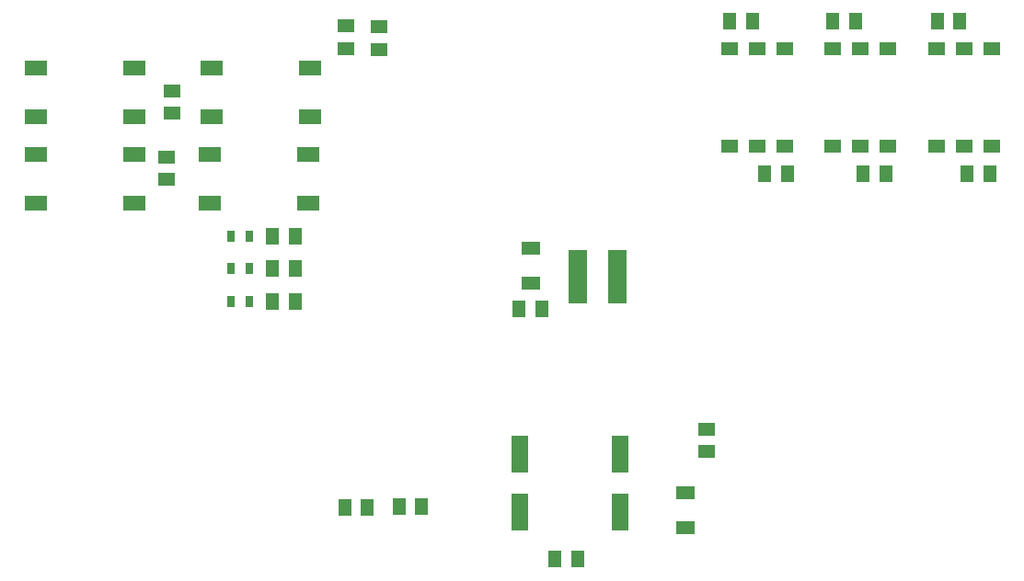
<source format=gbr>
G04 #@! TF.GenerationSoftware,KiCad,Pcbnew,no-vcs-found-104b606~61~ubuntu16.04.1*
G04 #@! TF.CreationDate,2018-02-16T14:36:21-05:00*
G04 #@! TF.ProjectId,D21_2550,4432315F323535302E6B696361645F70,rev?*
G04 #@! TF.SameCoordinates,Original*
G04 #@! TF.FileFunction,Paste,Top*
G04 #@! TF.FilePolarity,Positive*
%FSLAX46Y46*%
G04 Gerber Fmt 4.6, Leading zero omitted, Abs format (unit mm)*
G04 Created by KiCad (PCBNEW no-vcs-found-104b606~61~ubuntu16.04.1) date Fri Feb 16 14:36:21 2018*
%MOMM*%
%LPD*%
G01*
G04 APERTURE LIST*
%ADD10R,1.500000X1.145000*%
%ADD11R,1.600000X3.500000*%
%ADD12R,1.800000X1.245000*%
%ADD13R,0.670000X1.000000*%
%ADD14R,1.800000X5.000000*%
%ADD15R,1.145000X1.500000*%
%ADD16R,1.500000X1.300000*%
%ADD17R,2.100000X1.400000*%
G04 APERTURE END LIST*
D10*
X160200000Y-120015000D03*
X160200000Y-122100000D03*
D11*
X143000000Y-127700000D03*
X143000000Y-122300000D03*
X152200000Y-122300000D03*
X152200000Y-127700000D03*
D12*
X158200000Y-129100000D03*
X158200000Y-125915000D03*
D13*
X116385000Y-102250000D03*
X118135000Y-102250000D03*
X118135000Y-105250000D03*
X116385000Y-105250000D03*
X116385000Y-108250000D03*
X118135000Y-108250000D03*
D14*
X148300000Y-106000000D03*
X152000000Y-106000000D03*
D15*
X146200000Y-132000000D03*
X148285000Y-132000000D03*
D12*
X144000000Y-103407500D03*
X144000000Y-106592500D03*
D15*
X167612500Y-96490000D03*
X165527500Y-96490000D03*
X174577500Y-96490000D03*
X176662500Y-96490000D03*
X184167500Y-96490000D03*
X186252500Y-96490000D03*
X164385000Y-82490000D03*
X162300000Y-82490000D03*
X171800000Y-82490000D03*
X173885000Y-82490000D03*
X183505000Y-82490000D03*
X181420000Y-82490000D03*
X131875000Y-127190000D03*
X133960000Y-127190000D03*
X128950000Y-127230000D03*
X126865000Y-127230000D03*
D10*
X111000000Y-88867500D03*
X111000000Y-90952500D03*
X110440000Y-97052500D03*
X110440000Y-94967500D03*
X127000000Y-85000000D03*
X127000000Y-82915000D03*
X130000000Y-83000000D03*
X130000000Y-85085000D03*
D15*
X122302500Y-102250000D03*
X120217500Y-102250000D03*
X120217500Y-105250000D03*
X122302500Y-105250000D03*
X122302500Y-108250000D03*
X120217500Y-108250000D03*
X145000000Y-109000000D03*
X142915000Y-109000000D03*
D16*
X162285952Y-93990000D03*
X164825952Y-93990000D03*
X167365952Y-93990000D03*
X167365952Y-84990000D03*
X164825952Y-84990000D03*
X162285952Y-84990000D03*
X171790000Y-84990000D03*
X174330000Y-84990000D03*
X176870000Y-84990000D03*
X176870000Y-93990000D03*
X174330000Y-93990000D03*
X171790000Y-93990000D03*
X181305952Y-93990000D03*
X183845952Y-93990000D03*
X186385952Y-93990000D03*
X186385952Y-84990000D03*
X183845952Y-84990000D03*
X181305952Y-84990000D03*
D17*
X98450000Y-91250000D03*
X107550000Y-91250000D03*
X107550000Y-86750000D03*
X98450000Y-86750000D03*
X98450000Y-94750000D03*
X107550000Y-94750000D03*
X107550000Y-99250000D03*
X98450000Y-99250000D03*
X123700000Y-86750000D03*
X114600000Y-86750000D03*
X114600000Y-91250000D03*
X123700000Y-91250000D03*
X123520000Y-99250000D03*
X114420000Y-99250000D03*
X114420000Y-94750000D03*
X123520000Y-94750000D03*
M02*

</source>
